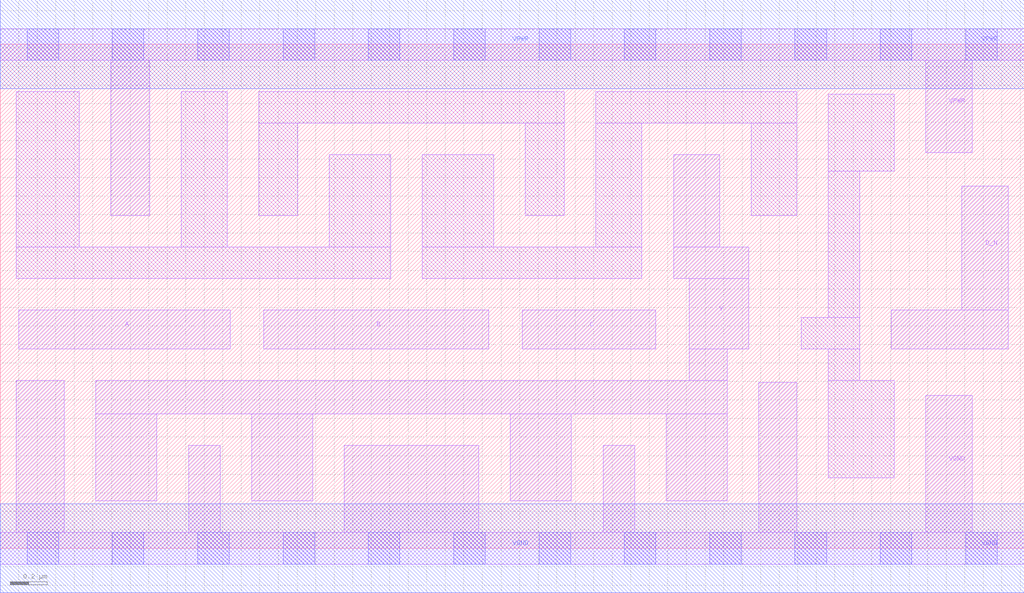
<source format=lef>
# Copyright 2020 The SkyWater PDK Authors
#
# Licensed under the Apache License, Version 2.0 (the "License");
# you may not use this file except in compliance with the License.
# You may obtain a copy of the License at
#
#     https://www.apache.org/licenses/LICENSE-2.0
#
# Unless required by applicable law or agreed to in writing, software
# distributed under the License is distributed on an "AS IS" BASIS,
# WITHOUT WARRANTIES OR CONDITIONS OF ANY KIND, either express or implied.
# See the License for the specific language governing permissions and
# limitations under the License.
#
# SPDX-License-Identifier: Apache-2.0

VERSION 5.7 ;
  NAMESCASESENSITIVE ON ;
  NOWIREEXTENSIONATPIN ON ;
  DIVIDERCHAR "/" ;
  BUSBITCHARS "[]" ;
UNITS
  DATABASE MICRONS 200 ;
END UNITS
MACRO sky130_fd_sc_hd__nor4b_2
  CLASS CORE ;
  SOURCE USER ;
  FOREIGN sky130_fd_sc_hd__nor4b_2 ;
  ORIGIN  0.000000  0.000000 ;
  SIZE  5.520000 BY  2.720000 ;
  SYMMETRY X Y R90 ;
  SITE unithd ;
  PIN A
    ANTENNAGATEAREA  0.495000 ;
    DIRECTION INPUT ;
    USE SIGNAL ;
    PORT
      LAYER li1 ;
        RECT 0.100000 1.075000 1.240000 1.285000 ;
    END
  END A
  PIN B
    ANTENNAGATEAREA  0.495000 ;
    DIRECTION INPUT ;
    USE SIGNAL ;
    PORT
      LAYER li1 ;
        RECT 1.420000 1.075000 2.635000 1.285000 ;
    END
  END B
  PIN C
    ANTENNAGATEAREA  0.495000 ;
    DIRECTION INPUT ;
    USE SIGNAL ;
    PORT
      LAYER li1 ;
        RECT 2.815000 1.075000 3.535000 1.285000 ;
    END
  END C
  PIN D_N
    ANTENNAGATEAREA  0.126000 ;
    DIRECTION INPUT ;
    USE SIGNAL ;
    PORT
      LAYER li1 ;
        RECT 4.805000 1.075000 5.435000 1.285000 ;
        RECT 5.185000 1.285000 5.435000 1.955000 ;
    END
  END D_N
  PIN Y
    ANTENNADIFFAREA  0.972000 ;
    DIRECTION OUTPUT ;
    USE SIGNAL ;
    PORT
      LAYER li1 ;
        RECT 0.515000 0.255000 0.845000 0.725000 ;
        RECT 0.515000 0.725000 3.920000 0.905000 ;
        RECT 1.355000 0.255000 1.685000 0.725000 ;
        RECT 2.750000 0.255000 3.080000 0.725000 ;
        RECT 3.590000 0.255000 3.920000 0.725000 ;
        RECT 3.630000 1.455000 4.035000 1.625000 ;
        RECT 3.630000 1.625000 3.880000 2.125000 ;
        RECT 3.715000 0.905000 3.920000 1.075000 ;
        RECT 3.715000 1.075000 4.035000 1.455000 ;
    END
  END Y
  PIN VGND
    DIRECTION INOUT ;
    SHAPE ABUTMENT ;
    USE GROUND ;
    PORT
      LAYER li1 ;
        RECT 0.000000 -0.085000 5.520000 0.085000 ;
        RECT 0.085000  0.085000 0.345000 0.905000 ;
        RECT 1.015000  0.085000 1.185000 0.555000 ;
        RECT 1.855000  0.085000 2.580000 0.555000 ;
        RECT 3.250000  0.085000 3.420000 0.555000 ;
        RECT 4.090000  0.085000 4.295000 0.895000 ;
        RECT 4.990000  0.085000 5.240000 0.825000 ;
      LAYER mcon ;
        RECT 0.145000 -0.085000 0.315000 0.085000 ;
        RECT 0.605000 -0.085000 0.775000 0.085000 ;
        RECT 1.065000 -0.085000 1.235000 0.085000 ;
        RECT 1.525000 -0.085000 1.695000 0.085000 ;
        RECT 1.985000 -0.085000 2.155000 0.085000 ;
        RECT 2.445000 -0.085000 2.615000 0.085000 ;
        RECT 2.905000 -0.085000 3.075000 0.085000 ;
        RECT 3.365000 -0.085000 3.535000 0.085000 ;
        RECT 3.825000 -0.085000 3.995000 0.085000 ;
        RECT 4.285000 -0.085000 4.455000 0.085000 ;
        RECT 4.745000 -0.085000 4.915000 0.085000 ;
        RECT 5.205000 -0.085000 5.375000 0.085000 ;
      LAYER met1 ;
        RECT 0.000000 -0.240000 5.520000 0.240000 ;
    END
  END VGND
  PIN VPWR
    DIRECTION INOUT ;
    SHAPE ABUTMENT ;
    USE POWER ;
    PORT
      LAYER li1 ;
        RECT 0.000000 2.635000 5.520000 2.805000 ;
        RECT 0.595000 1.795000 0.805000 2.635000 ;
        RECT 4.990000 2.135000 5.240000 2.635000 ;
      LAYER mcon ;
        RECT 0.145000 2.635000 0.315000 2.805000 ;
        RECT 0.605000 2.635000 0.775000 2.805000 ;
        RECT 1.065000 2.635000 1.235000 2.805000 ;
        RECT 1.525000 2.635000 1.695000 2.805000 ;
        RECT 1.985000 2.635000 2.155000 2.805000 ;
        RECT 2.445000 2.635000 2.615000 2.805000 ;
        RECT 2.905000 2.635000 3.075000 2.805000 ;
        RECT 3.365000 2.635000 3.535000 2.805000 ;
        RECT 3.825000 2.635000 3.995000 2.805000 ;
        RECT 4.285000 2.635000 4.455000 2.805000 ;
        RECT 4.745000 2.635000 4.915000 2.805000 ;
        RECT 5.205000 2.635000 5.375000 2.805000 ;
      LAYER met1 ;
        RECT 0.000000 2.480000 5.520000 2.960000 ;
    END
  END VPWR
  OBS
    LAYER li1 ;
      RECT 0.085000 1.455000 2.105000 1.625000 ;
      RECT 0.085000 1.625000 0.425000 2.465000 ;
      RECT 0.975000 1.625000 1.225000 2.465000 ;
      RECT 1.395000 1.795000 1.605000 2.295000 ;
      RECT 1.395000 2.295000 3.040000 2.465000 ;
      RECT 1.775000 1.625000 2.105000 2.125000 ;
      RECT 2.275000 1.455000 3.460000 1.625000 ;
      RECT 2.275000 1.625000 2.660000 2.125000 ;
      RECT 2.830000 1.795000 3.040000 2.295000 ;
      RECT 3.210000 1.625000 3.460000 2.295000 ;
      RECT 3.210000 2.295000 4.295000 2.465000 ;
      RECT 4.050000 1.795000 4.295000 2.295000 ;
      RECT 4.320000 1.075000 4.635000 1.245000 ;
      RECT 4.465000 0.380000 4.820000 0.905000 ;
      RECT 4.465000 0.905000 4.635000 1.075000 ;
      RECT 4.465000 1.245000 4.635000 2.035000 ;
      RECT 4.465000 2.035000 4.820000 2.450000 ;
  END
END sky130_fd_sc_hd__nor4b_2

</source>
